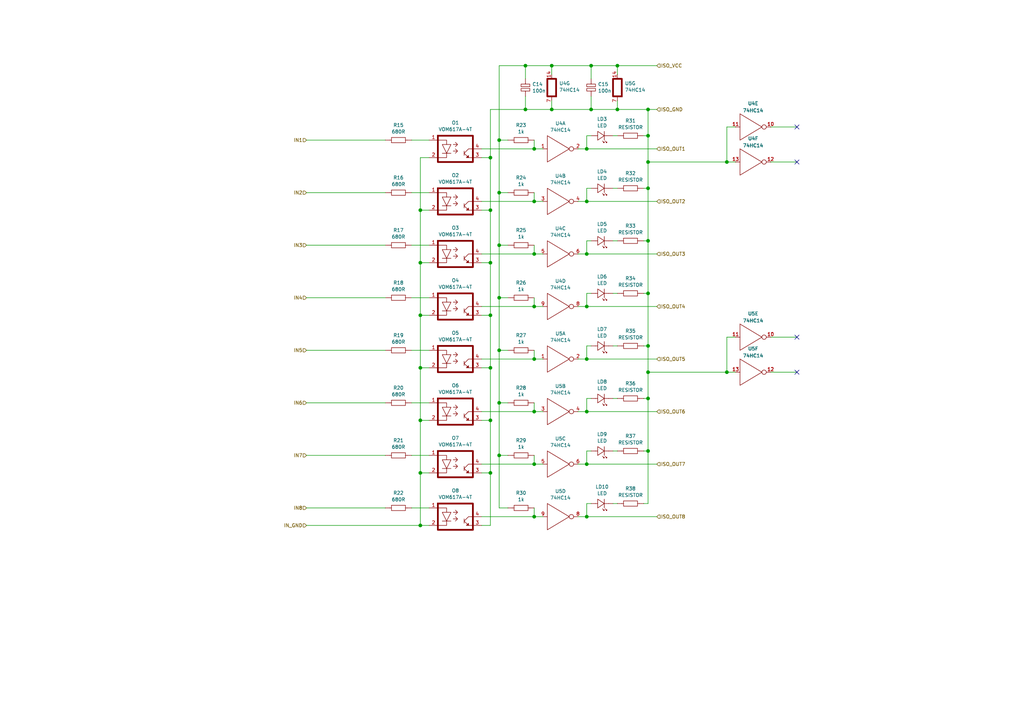
<source format=kicad_sch>
(kicad_sch (version 20211123) (generator eeschema)
  (paper "A4")
  (lib_symbols
    (symbol "bjs-discrete:LED" (pin_numbers hide) (pin_names (offset 1.016) hide)
      (property "Reference" "LD" (at 2.54 2.54 0))
      (property "Value" "bjs-discrete_LED" (at -1.27 2.54 0))
      (symbol "LED_0_1"
        (polyline (pts (xy -2.54 0) (xy -1.27 0)))
        (polyline (pts (xy -1.27 1.27) (xy -1.27 -1.27)))
        (polyline (pts (xy 0.635 0) (xy 1.27 0)))
        (polyline (pts (xy 0.635 -1.27) (xy 0.635 1.27) (xy -1.27 0) (xy 0.635 -1.27)))
        (polyline (pts (xy -1.524 -1.524) (xy -2.032 -2.032) (xy -2.032 -1.778) (xy -1.778 -2.032) (xy -2.032 -2.032)))
        (polyline (pts (xy -0.762 -1.524) (xy -1.27 -2.032) (xy -1.27 -1.778) (xy -1.016 -2.032) (xy -1.27 -2.032)))
      )
      (symbol "LED_1_1"
        (pin passive line (at -3.81 0 0) (length 1.27) (name "~") (number "1"))
        (pin passive line (at 2.54 0 180) (length 1.27) (name "~") (number "2"))
      )
    )
    (symbol "bjs-optocouplers:VOM617A-4T" (pin_names (offset 1.016))
      (property "Reference" "O" (at 0 5.08 0))
      (property "Value" "bjs-optocouplers_VOM617A-4T" (at 2.54 -5.08 0))
      (symbol "VOM617A-4T_0_1"
        (polyline (pts (xy -1.27 -1.27) (xy 1.27 -1.27)))
        (polyline (pts (xy 5.08 -0.635) (xy 5.08 -1.905)))
        (polyline (pts (xy -2.54 2.54) (xy 0 2.54) (xy 0 1.27)))
        (polyline (pts (xy 0 -1.27) (xy 0 -2.54) (xy -2.54 -2.54)))
        (polyline (pts (xy 5.08 -1.27) (xy 6.35 -2.54) (xy 7.62 -2.54)))
        (polyline (pts (xy 5.08 -1.27) (xy 6.35 0) (xy 7.62 0)))
        (polyline (pts (xy 6.35 -2.54) (xy 6.35 -1.905) (xy 5.715 -2.54) (xy 6.35 -2.54)) (fill (type outline)))
        (polyline (pts (xy -2.54 3.81) (xy -2.54 -3.81) (xy 7.62 -3.81) (xy 7.62 3.81) (xy -2.54 3.81)) (stroke (width 0.508)))
        (polyline (pts (xy -1.27 1.27) (xy 1.27 1.27) (xy 0 -1.27) (xy -1.27 1.27) (xy 0 1.27)))
        (polyline (pts (xy 1.905 -0.635) (xy 3.175 -0.635) (xy 2.54 0) (xy 3.175 -0.635) (xy 2.54 -1.27)))
        (polyline (pts (xy 1.905 1.27) (xy 3.175 1.27) (xy 2.54 1.905) (xy 3.175 1.27) (xy 2.54 0.635)))
      )
      (symbol "VOM617A-4T_1_1"
        (pin passive line (at -5.08 2.54 0) (length 2.54) (name "~") (number "1"))
        (pin passive line (at -5.08 -2.54 0) (length 2.54) (name "~") (number "2"))
        (pin passive line (at 10.16 -2.54 180) (length 2.54) (name "~") (number "3"))
        (pin output line (at 10.16 0 180) (length 2.54) (name "~") (number "4"))
      )
    )
    (symbol "bjs-passives:74HC14" (pin_names (offset 1.016) hide)
      (property "Reference" "U" (at 5.08 3.81 0))
      (property "Value" "74HC14" (at 6.35 5.08 0))
      (symbol "74HC14_1_1"
        (polyline (pts (xy -5.08 0) (xy -3.81 0)))
        (polyline (pts (xy 5.08 0) (xy 3.81 0)))
        (polyline (pts (xy -3.81 3.81) (xy 2.54 0) (xy -3.81 -3.81) (xy -3.81 3.81)))
        (circle (center 3.175 0) (radius 0.635))
        (pin input line (at -5.08 0 0) (length 0) (name "1") (number "1"))
        (pin output line (at 5.08 0 180) (length 0) (name "2") (number "2"))
      )
      (symbol "74HC14_2_1"
        (polyline (pts (xy -5.08 0) (xy -3.81 0)))
        (polyline (pts (xy 5.08 0) (xy 3.81 0)))
        (polyline (pts (xy -3.81 3.81) (xy 2.54 0) (xy -3.81 -3.81) (xy -3.81 3.81)))
        (circle (center 3.175 0) (radius 0.635))
        (pin input line (at -5.08 0 0) (length 0) (name "~") (number "3"))
        (pin output line (at 5.08 0 180) (length 0) (name "~") (number "4"))
      )
      (symbol "74HC14_3_1"
        (polyline (pts (xy -5.08 0) (xy -3.81 0)))
        (polyline (pts (xy 5.08 0) (xy 3.81 0)))
        (polyline (pts (xy -3.81 3.81) (xy 2.54 0) (xy -3.81 -3.81) (xy -3.81 3.81)))
        (circle (center 3.175 0) (radius 0.635))
        (pin input line (at -5.08 0 0) (length 0) (name "~") (number "5"))
        (pin output line (at 5.08 0 180) (length 0) (name "~") (number "6"))
      )
      (symbol "74HC14_4_1"
        (polyline (pts (xy -5.08 0) (xy -3.81 0)))
        (polyline (pts (xy 5.08 0) (xy 3.81 0)))
        (polyline (pts (xy -3.81 3.81) (xy 2.54 0) (xy -3.81 -3.81) (xy -3.81 3.81)))
        (circle (center 3.175 0) (radius 0.635))
        (pin output line (at 5.08 0 180) (length 0) (name "~") (number "8"))
        (pin input line (at -5.08 0 0) (length 0) (name "~") (number "9"))
      )
      (symbol "74HC14_5_1"
        (polyline (pts (xy -5.08 0) (xy -3.81 0)))
        (polyline (pts (xy 5.08 0) (xy 3.81 0)))
        (polyline (pts (xy -3.81 3.81) (xy 2.54 0) (xy -3.81 -3.81) (xy -3.81 3.81)))
        (circle (center 3.175 0) (radius 0.635))
        (pin output line (at 5.08 0 180) (length 0) (name "~") (number "10"))
        (pin input line (at -5.08 0 0) (length 0) (name "~") (number "11"))
      )
      (symbol "74HC14_6_1"
        (polyline (pts (xy -5.08 0) (xy -3.81 0)))
        (polyline (pts (xy 5.08 0) (xy 3.81 0)))
        (polyline (pts (xy -3.81 3.81) (xy 2.54 0) (xy -3.81 -3.81) (xy -3.81 3.81)))
        (circle (center 3.175 0) (radius 0.635))
        (pin output line (at 5.08 0 180) (length 0) (name "~") (number "12"))
        (pin input line (at -5.08 0 0) (length 0) (name "~") (number "13"))
      )
      (symbol "74HC14_7_1"
        (polyline (pts (xy 0 -3.81) (xy 0 -2.54)))
        (polyline (pts (xy 0 3.81) (xy 0 2.54)))
        (polyline (pts (xy 1.27 -2.54) (xy -1.27 -2.54) (xy -1.27 2.54) (xy 1.27 2.54) (xy 1.27 -2.54)) (stroke (width 0.508)))
        (pin power_in line (at 0 3.81 270) (length 0) (name "VCC") (number "14"))
        (pin power_in line (at 0 -3.81 90) (length 0) (name "GND") (number "7"))
      )
    )
    (symbol "bjs-passives:CAPACITOR" (pin_numbers hide) (pin_names (offset 1.016) hide)
      (property "Reference" "C" (at 5.08 2.54 0))
      (property "Value" "CAPACITOR" (at 0 2.54 0))
      (symbol "CAPACITOR_0_1"
        (polyline (pts (xy -1.27 0) (xy -1.016 0)))
        (polyline (pts (xy 1.016 0) (xy 1.27 0)))
        (polyline (pts (xy -0.254 -1.27) (xy -0.254 1.27) (xy -1.016 1.27) (xy -1.016 -1.27) (xy -0.254 -1.27)))
        (polyline (pts (xy 0.254 1.27) (xy 1.016 1.27) (xy 1.016 -1.27) (xy 0.254 -1.27) (xy 0.254 1.27)))
      )
      (symbol "CAPACITOR_1_1"
        (pin passive line (at 2.54 0 180) (length 1.27) (name "~") (number "1"))
        (pin passive line (at -2.54 0 0) (length 1.27) (name "~") (number "2"))
      )
    )
    (symbol "bjs-passives:RESISTOR" (pin_numbers hide) (pin_names (offset 1.016) hide)
      (property "Reference" "R" (at 0 0 0))
      (property "Value" "RESISTOR" (at 0 2.54 0))
      (symbol "RESISTOR_0_1"
        (polyline (pts (xy -3.81 0) (xy -2.54 0)))
        (polyline (pts (xy -2.54 0) (xy -2.032 0)))
        (polyline (pts (xy 2.54 0) (xy 2.032 0)))
        (polyline (pts (xy 3.81 0) (xy 2.54 0)))
        (polyline (pts (xy -2.032 0.762) (xy -2.032 -0.762) (xy 2.032 -0.762) (xy 2.032 0.762) (xy -2.032 0.762)))
      )
      (symbol "RESISTOR_1_1"
        (pin passive line (at -3.81 0 0) (length 0) (name "1") (number "1"))
        (pin passive line (at 3.81 0 180) (length 0) (name "2") (number "2"))
      )
    )
  )
  (junction (at 144.78 116.84))
  (junction (at 179.07 31.75))
  (junction (at 160.02 31.75))
  (junction (at 170.18 73.66))
  (junction (at 170.18 119.38))
  (junction (at 170.18 149.86))
  (junction (at 160.02 19.05))
  (junction (at 144.78 86.36))
  (junction (at 210.82 46.99))
  (junction (at 121.92 106.68))
  (junction (at 170.18 104.14))
  (junction (at 144.78 71.12))
  (junction (at 154.94 73.66))
  (junction (at 121.92 91.44))
  (junction (at 179.07 19.05))
  (junction (at 142.24 45.72))
  (junction (at 154.94 119.38))
  (junction (at 187.96 54.61))
  (junction (at 187.96 39.37))
  (junction (at 154.94 104.14))
  (junction (at 154.94 149.86))
  (junction (at 187.96 85.09))
  (junction (at 170.18 43.18))
  (junction (at 152.4 19.05))
  (junction (at 187.96 115.57))
  (junction (at 142.24 121.92))
  (junction (at 187.96 107.95))
  (junction (at 144.78 40.64))
  (junction (at 171.45 31.75))
  (junction (at 144.78 132.08))
  (junction (at 187.96 130.81))
  (junction (at 142.24 106.68))
  (junction (at 121.92 152.4))
  (junction (at 187.96 46.99))
  (junction (at 144.78 55.88))
  (junction (at 142.24 91.44))
  (junction (at 154.94 134.62))
  (junction (at 144.78 101.6))
  (junction (at 170.18 88.9))
  (junction (at 121.92 76.2))
  (junction (at 171.45 19.05))
  (junction (at 187.96 69.85))
  (junction (at 170.18 134.62))
  (junction (at 142.24 137.16))
  (junction (at 187.96 100.33))
  (junction (at 170.18 58.42))
  (junction (at 142.24 76.2))
  (junction (at 154.94 43.18))
  (junction (at 121.92 137.16))
  (junction (at 142.24 60.96))
  (junction (at 154.94 58.42))
  (junction (at 121.92 121.92))
  (junction (at 210.82 107.95))
  (junction (at 121.92 60.96))
  (junction (at 152.4 31.75))
  (junction (at 154.94 88.9))
  (junction (at 187.96 31.75))
  (no_connect (at 231.14 97.79))
  (no_connect (at 231.14 107.95))
  (no_connect (at 231.14 46.99))
  (no_connect (at 231.14 36.83))
  (wire (pts (xy 111.76 101.6) (xy 88.9 101.6)))
  (wire (pts (xy 142.24 60.96) (xy 142.24 76.2)))
  (wire (pts (xy 124.46 121.92) (xy 121.92 121.92)))
  (wire (pts (xy 124.46 45.72) (xy 121.92 45.72)))
  (wire (pts (xy 179.07 130.81) (xy 177.8 130.81)))
  (wire (pts (xy 147.32 132.08) (xy 144.78 132.08)))
  (wire (pts (xy 111.76 116.84) (xy 88.9 116.84)))
  (wire (pts (xy 121.92 106.68) (xy 121.92 91.44)))
  (wire (pts (xy 142.24 45.72) (xy 142.24 31.75)))
  (wire (pts (xy 177.8 146.05) (xy 179.07 146.05)))
  (wire (pts (xy 111.76 71.12) (xy 88.9 71.12)))
  (wire (pts (xy 139.7 152.4) (xy 142.24 152.4)))
  (wire (pts (xy 144.78 116.84) (xy 144.78 101.6)))
  (wire (pts (xy 167.64 134.62) (xy 170.18 134.62)))
  (wire (pts (xy 157.48 73.66) (xy 154.94 73.66)))
  (wire (pts (xy 170.18 130.81) (xy 170.18 134.62)))
  (wire (pts (xy 177.8 100.33) (xy 179.07 100.33)))
  (wire (pts (xy 187.96 46.99) (xy 187.96 39.37)))
  (wire (pts (xy 119.38 147.32) (xy 124.46 147.32)))
  (wire (pts (xy 210.82 107.95) (xy 213.36 107.95)))
  (wire (pts (xy 171.45 100.33) (xy 170.18 100.33)))
  (wire (pts (xy 119.38 71.12) (xy 124.46 71.12)))
  (wire (pts (xy 147.32 86.36) (xy 144.78 86.36)))
  (wire (pts (xy 170.18 39.37) (xy 170.18 43.18)))
  (wire (pts (xy 111.76 40.64) (xy 88.9 40.64)))
  (wire (pts (xy 187.96 39.37) (xy 187.96 31.75)))
  (wire (pts (xy 119.38 40.64) (xy 124.46 40.64)))
  (wire (pts (xy 171.45 39.37) (xy 170.18 39.37)))
  (wire (pts (xy 111.76 86.36) (xy 88.9 86.36)))
  (wire (pts (xy 170.18 134.62) (xy 190.5 134.62)))
  (wire (pts (xy 111.76 132.08) (xy 88.9 132.08)))
  (wire (pts (xy 144.78 19.05) (xy 152.4 19.05)))
  (wire (pts (xy 170.18 100.33) (xy 170.18 104.14)))
  (wire (pts (xy 170.18 119.38) (xy 190.5 119.38)))
  (wire (pts (xy 157.48 149.86) (xy 154.94 149.86)))
  (wire (pts (xy 171.45 115.57) (xy 170.18 115.57)))
  (wire (pts (xy 144.78 86.36) (xy 144.78 71.12)))
  (wire (pts (xy 213.36 36.83) (xy 210.82 36.83)))
  (wire (pts (xy 157.48 43.18) (xy 154.94 43.18)))
  (wire (pts (xy 187.96 54.61) (xy 187.96 46.99)))
  (wire (pts (xy 139.7 121.92) (xy 142.24 121.92)))
  (wire (pts (xy 186.69 85.09) (xy 187.96 85.09)))
  (wire (pts (xy 187.96 31.75) (xy 179.07 31.75)))
  (wire (pts (xy 167.64 119.38) (xy 170.18 119.38)))
  (wire (pts (xy 171.45 54.61) (xy 170.18 54.61)))
  (wire (pts (xy 147.32 71.12) (xy 144.78 71.12)))
  (wire (pts (xy 187.96 115.57) (xy 187.96 107.95)))
  (wire (pts (xy 152.4 19.05) (xy 160.02 19.05)))
  (wire (pts (xy 157.48 119.38) (xy 154.94 119.38)))
  (wire (pts (xy 167.64 43.18) (xy 170.18 43.18)))
  (wire (pts (xy 124.46 106.68) (xy 121.92 106.68)))
  (wire (pts (xy 186.69 146.05) (xy 187.96 146.05)))
  (wire (pts (xy 152.4 22.86) (xy 152.4 19.05)))
  (wire (pts (xy 170.18 104.14) (xy 190.5 104.14)))
  (wire (pts (xy 121.92 76.2) (xy 121.92 60.96)))
  (wire (pts (xy 121.92 60.96) (xy 121.92 45.72)))
  (wire (pts (xy 154.94 104.14) (xy 154.94 101.6)))
  (wire (pts (xy 154.94 73.66) (xy 139.7 73.66)))
  (wire (pts (xy 124.46 76.2) (xy 121.92 76.2)))
  (wire (pts (xy 88.9 152.4) (xy 121.92 152.4)))
  (wire (pts (xy 139.7 76.2) (xy 142.24 76.2)))
  (wire (pts (xy 119.38 116.84) (xy 124.46 116.84)))
  (wire (pts (xy 139.7 45.72) (xy 142.24 45.72)))
  (wire (pts (xy 186.69 69.85) (xy 187.96 69.85)))
  (wire (pts (xy 119.38 55.88) (xy 124.46 55.88)))
  (wire (pts (xy 142.24 76.2) (xy 142.24 91.44)))
  (wire (pts (xy 171.45 146.05) (xy 170.18 146.05)))
  (wire (pts (xy 167.64 73.66) (xy 170.18 73.66)))
  (wire (pts (xy 171.45 31.75) (xy 179.07 31.75)))
  (wire (pts (xy 160.02 21.59) (xy 160.02 19.05)))
  (wire (pts (xy 186.69 100.33) (xy 187.96 100.33)))
  (wire (pts (xy 170.18 58.42) (xy 190.5 58.42)))
  (wire (pts (xy 144.78 40.64) (xy 144.78 55.88)))
  (wire (pts (xy 124.46 91.44) (xy 121.92 91.44)))
  (wire (pts (xy 154.94 73.66) (xy 154.94 71.12)))
  (wire (pts (xy 154.94 149.86) (xy 139.7 149.86)))
  (wire (pts (xy 190.5 19.05) (xy 179.07 19.05)))
  (wire (pts (xy 144.78 71.12) (xy 144.78 55.88)))
  (wire (pts (xy 119.38 132.08) (xy 124.46 132.08)))
  (wire (pts (xy 139.7 106.68) (xy 142.24 106.68)))
  (wire (pts (xy 187.96 85.09) (xy 187.96 69.85)))
  (wire (pts (xy 223.52 107.95) (xy 231.14 107.95)))
  (wire (pts (xy 152.4 27.94) (xy 152.4 31.75)))
  (wire (pts (xy 170.18 88.9) (xy 190.5 88.9)))
  (wire (pts (xy 154.94 43.18) (xy 154.94 40.64)))
  (wire (pts (xy 142.24 137.16) (xy 142.24 121.92)))
  (wire (pts (xy 154.94 43.18) (xy 139.7 43.18)))
  (wire (pts (xy 177.8 69.85) (xy 179.07 69.85)))
  (wire (pts (xy 170.18 73.66) (xy 190.5 73.66)))
  (wire (pts (xy 147.32 147.32) (xy 144.78 147.32)))
  (wire (pts (xy 187.96 107.95) (xy 187.96 100.33)))
  (wire (pts (xy 119.38 101.6) (xy 124.46 101.6)))
  (wire (pts (xy 147.32 101.6) (xy 144.78 101.6)))
  (wire (pts (xy 121.92 91.44) (xy 121.92 76.2)))
  (wire (pts (xy 187.96 130.81) (xy 187.96 115.57)))
  (wire (pts (xy 142.24 31.75) (xy 152.4 31.75)))
  (wire (pts (xy 111.76 147.32) (xy 88.9 147.32)))
  (wire (pts (xy 111.76 55.88) (xy 88.9 55.88)))
  (wire (pts (xy 142.24 137.16) (xy 142.24 152.4)))
  (wire (pts (xy 187.96 69.85) (xy 187.96 54.61)))
  (wire (pts (xy 186.69 130.81) (xy 187.96 130.81)))
  (wire (pts (xy 124.46 60.96) (xy 121.92 60.96)))
  (wire (pts (xy 171.45 19.05) (xy 179.07 19.05)))
  (wire (pts (xy 144.78 132.08) (xy 144.78 116.84)))
  (wire (pts (xy 121.92 137.16) (xy 121.92 121.92)))
  (wire (pts (xy 154.94 134.62) (xy 139.7 134.62)))
  (wire (pts (xy 157.48 104.14) (xy 154.94 104.14)))
  (wire (pts (xy 171.45 130.81) (xy 170.18 130.81)))
  (wire (pts (xy 179.07 39.37) (xy 177.8 39.37)))
  (wire (pts (xy 223.52 36.83) (xy 231.14 36.83)))
  (wire (pts (xy 154.94 119.38) (xy 139.7 119.38)))
  (wire (pts (xy 144.78 147.32) (xy 144.78 132.08)))
  (wire (pts (xy 170.18 43.18) (xy 190.5 43.18)))
  (wire (pts (xy 210.82 36.83) (xy 210.82 46.99)))
  (wire (pts (xy 167.64 58.42) (xy 170.18 58.42)))
  (wire (pts (xy 154.94 88.9) (xy 139.7 88.9)))
  (wire (pts (xy 167.64 88.9) (xy 170.18 88.9)))
  (wire (pts (xy 171.45 85.09) (xy 170.18 85.09)))
  (wire (pts (xy 142.24 91.44) (xy 142.24 106.68)))
  (wire (pts (xy 186.69 54.61) (xy 187.96 54.61)))
  (wire (pts (xy 121.92 152.4) (xy 121.92 137.16)))
  (wire (pts (xy 160.02 31.75) (xy 160.02 29.21)))
  (wire (pts (xy 171.45 27.94) (xy 171.45 31.75)))
  (wire (pts (xy 139.7 60.96) (xy 142.24 60.96)))
  (wire (pts (xy 124.46 137.16) (xy 121.92 137.16)))
  (wire (pts (xy 186.69 39.37) (xy 187.96 39.37)))
  (wire (pts (xy 154.94 58.42) (xy 139.7 58.42)))
  (wire (pts (xy 157.48 88.9) (xy 154.94 88.9)))
  (wire (pts (xy 147.32 116.84) (xy 144.78 116.84)))
  (wire (pts (xy 171.45 69.85) (xy 170.18 69.85)))
  (wire (pts (xy 157.48 134.62) (xy 154.94 134.62)))
  (wire (pts (xy 124.46 152.4) (xy 121.92 152.4)))
  (wire (pts (xy 154.94 104.14) (xy 139.7 104.14)))
  (wire (pts (xy 190.5 31.75) (xy 187.96 31.75)))
  (wire (pts (xy 154.94 88.9) (xy 154.94 86.36)))
  (wire (pts (xy 177.8 54.61) (xy 179.07 54.61)))
  (wire (pts (xy 154.94 58.42) (xy 154.94 55.88)))
  (wire (pts (xy 170.18 69.85) (xy 170.18 73.66)))
  (wire (pts (xy 139.7 137.16) (xy 142.24 137.16)))
  (wire (pts (xy 171.45 22.86) (xy 171.45 19.05)))
  (wire (pts (xy 187.96 146.05) (xy 187.96 130.81)))
  (wire (pts (xy 187.96 107.95) (xy 210.82 107.95)))
  (wire (pts (xy 142.24 45.72) (xy 142.24 60.96)))
  (wire (pts (xy 167.64 149.86) (xy 170.18 149.86)))
  (wire (pts (xy 213.36 97.79) (xy 210.82 97.79)))
  (wire (pts (xy 179.07 19.05) (xy 179.07 21.59)))
  (wire (pts (xy 160.02 19.05) (xy 171.45 19.05)))
  (wire (pts (xy 179.07 31.75) (xy 179.07 29.21)))
  (wire (pts (xy 142.24 106.68) (xy 142.24 121.92)))
  (wire (pts (xy 170.18 146.05) (xy 170.18 149.86)))
  (wire (pts (xy 170.18 85.09) (xy 170.18 88.9)))
  (wire (pts (xy 177.8 115.57) (xy 179.07 115.57)))
  (wire (pts (xy 144.78 40.64) (xy 144.78 19.05)))
  (wire (pts (xy 187.96 46.99) (xy 210.82 46.99)))
  (wire (pts (xy 119.38 86.36) (xy 124.46 86.36)))
  (wire (pts (xy 154.94 149.86) (xy 154.94 147.32)))
  (wire (pts (xy 147.32 40.64) (xy 144.78 40.64)))
  (wire (pts (xy 160.02 31.75) (xy 171.45 31.75)))
  (wire (pts (xy 187.96 100.33) (xy 187.96 85.09)))
  (wire (pts (xy 210.82 97.79) (xy 210.82 107.95)))
  (wire (pts (xy 154.94 134.62) (xy 154.94 132.08)))
  (wire (pts (xy 223.52 97.79) (xy 231.14 97.79)))
  (wire (pts (xy 167.64 104.14) (xy 170.18 104.14)))
  (wire (pts (xy 121.92 121.92) (xy 121.92 106.68)))
  (wire (pts (xy 170.18 54.61) (xy 170.18 58.42)))
  (wire (pts (xy 139.7 91.44) (xy 142.24 91.44)))
  (wire (pts (xy 186.69 115.57) (xy 187.96 115.57)))
  (wire (pts (xy 210.82 46.99) (xy 213.36 46.99)))
  (wire (pts (xy 157.48 58.42) (xy 154.94 58.42)))
  (wire (pts (xy 177.8 85.09) (xy 179.07 85.09)))
  (wire (pts (xy 147.32 55.88) (xy 144.78 55.88)))
  (wire (pts (xy 154.94 119.38) (xy 154.94 116.84)))
  (wire (pts (xy 144.78 101.6) (xy 144.78 86.36)))
  (wire (pts (xy 170.18 115.57) (xy 170.18 119.38)))
  (wire (pts (xy 152.4 31.75) (xy 160.02 31.75)))
  (wire (pts (xy 223.52 46.99) (xy 231.14 46.99)))
  (wire (pts (xy 170.18 149.86) (xy 190.5 149.86)))
  (hierarchical_label "ISO_OUT7" (shape input) (at 190.5 134.62 0) (effects (font (size 0.9906 0.9906))))
  (hierarchical_label "IN5" (shape input) (at 88.9 101.6 180) (effects (font (size 0.9906 0.9906))))
  (hierarchical_label "IN3" (shape input) (at 88.9 71.12 180) (effects (font (size 0.9906 0.9906))))
  (hierarchical_label "IN7" (shape input) (at 88.9 132.08 180) (effects (font (size 0.9906 0.9906))))
  (hierarchical_label "ISO_OUT5" (shape input) (at 190.5 104.14 0) (effects (font (size 0.9906 0.9906))))
  (hierarchical_label "ISO_OUT2" (shape input) (at 190.5 58.42 0) (effects (font (size 0.9906 0.9906))))
  (hierarchical_label "ISO_OUT6" (shape input) (at 190.5 119.38 0) (effects (font (size 0.9906 0.9906))))
  (hierarchical_label "IN2" (shape input) (at 88.9 55.88 180) (effects (font (size 0.9906 0.9906))))
  (hierarchical_label "IN6" (shape input) (at 88.9 116.84 180) (effects (font (size 0.9906 0.9906))))
  (hierarchical_label "ISO_OUT1" (shape input) (at 190.5 43.18 0) (effects (font (size 0.9906 0.9906))))
  (hierarchical_label "IN_GND" (shape input) (at 88.9 152.4 180) (effects (font (size 0.9906 0.9906))))
  (hierarchical_label "IN4" (shape input) (at 88.9 86.36 180) (effects (font (size 0.9906 0.9906))))
  (hierarchical_label "ISO_OUT3" (shape input) (at 190.5 73.66 0) (effects (font (size 0.9906 0.9906))))
  (hierarchical_label "ISO_VCC" (shape input) (at 190.5 19.05 0) (effects (font (size 0.9906 0.9906))))
  (hierarchical_label "IN8" (shape input) (at 88.9 147.32 180) (effects (font (size 0.9906 0.9906))))
  (hierarchical_label "ISO_OUT8" (shape input) (at 190.5 149.86 0) (effects (font (size 0.9906 0.9906))))
  (hierarchical_label "ISO_GND" (shape input) (at 190.5 31.75 0) (effects (font (size 0.9906 0.9906))))
  (hierarchical_label "IN1" (shape input) (at 88.9 40.64 180) (effects (font (size 0.9906 0.9906))))
  (hierarchical_label "ISO_OUT4" (shape input) (at 190.5 88.9 0) (effects (font (size 0.9906 0.9906))))
  (symbol (lib_id "bjs-passives:RESISTOR") (at 115.57 40.64 0) (unit 1)
    (property "Reference" "R15" (at 115.57 36.2966 0) (effects (font (size 0.9906 0.9906))))
    (property "Value" "680R" (at 115.57 38.2016 0) (effects (font (size 0.9906 0.9906))))
    (property "Footprint" "Resistor_SMD:R_0805_2012Metric" (effects hide))
  )
  (symbol (lib_id "bjs-passives:RESISTOR") (at 151.13 40.64 180) (unit 1)
    (property "Reference" "R23" (at 151.13 36.2966 0) (effects (font (size 0.9906 0.9906))))
    (property "Value" "1k" (at 151.13 38.2016 0) (effects (font (size 0.9906 0.9906))))
    (property "Footprint" "Resistor_SMD:R_0805_2012Metric" (effects hide))
  )
  (symbol (lib_id "bjs-passives:74HC14") (at 162.56 43.18 0) (unit 1)
    (property "Reference" "U4" (at 162.56 35.7886 0) (effects (font (size 0.9906 0.9906))))
    (property "Value" "74HC14" (at 162.56 37.6936 0) (effects (font (size 0.9906 0.9906))))
    (property "Footprint" "Package_SO:SOIC-14_3.9x8.7mm_P1.27mm" (effects hide))
  )
  (symbol (lib_id "bjs-passives:RESISTOR") (at 115.57 55.88 0) (unit 1)
    (property "Reference" "R16" (at 115.57 51.5366 0) (effects (font (size 0.9906 0.9906))))
    (property "Value" "680R" (at 115.57 53.4416 0) (effects (font (size 0.9906 0.9906))))
    (property "Footprint" "Resistor_SMD:R_0805_2012Metric" (effects hide))
  )
  (symbol (lib_id "bjs-passives:RESISTOR") (at 151.13 55.88 180) (unit 1)
    (property "Reference" "R24" (at 151.13 51.5366 0) (effects (font (size 0.9906 0.9906))))
    (property "Value" "1k" (at 151.13 53.4416 0) (effects (font (size 0.9906 0.9906))))
    (property "Footprint" "Resistor_SMD:R_0805_2012Metric" (effects hide))
  )
  (symbol (lib_id "bjs-passives:74HC14") (at 162.56 58.42 0) (unit 2)
    (property "Reference" "U4" (at 162.56 51.0286 0) (effects (font (size 0.9906 0.9906))))
    (property "Value" "74HC14" (at 162.56 52.9336 0) (effects (font (size 0.9906 0.9906))))
    (property "Footprint" "Package_SO:SOIC-14_3.9x8.7mm_P1.27mm" (effects hide))
  )
  (symbol (lib_id "bjs-passives:RESISTOR") (at 115.57 71.12 0) (unit 1)
    (property "Reference" "R17" (at 115.57 66.7766 0) (effects (font (size 0.9906 0.9906))))
    (property "Value" "680R" (at 115.57 68.6816 0) (effects (font (size 0.9906 0.9906))))
    (property "Footprint" "Resistor_SMD:R_0805_2012Metric" (effects hide))
  )
  (symbol (lib_id "bjs-passives:RESISTOR") (at 151.13 71.12 180) (unit 1)
    (property "Reference" "R25" (at 151.13 66.7766 0) (effects (font (size 0.9906 0.9906))))
    (property "Value" "1k" (at 151.13 68.6816 0) (effects (font (size 0.9906 0.9906))))
    (property "Footprint" "Resistor_SMD:R_0805_2012Metric" (effects hide))
  )
  (symbol (lib_id "bjs-passives:74HC14") (at 162.56 73.66 0) (unit 3)
    (property "Reference" "U4" (at 162.56 66.2686 0) (effects (font (size 0.9906 0.9906))))
    (property "Value" "74HC14" (at 162.56 68.1736 0) (effects (font (size 0.9906 0.9906))))
    (property "Footprint" "Package_SO:SOIC-14_3.9x8.7mm_P1.27mm" (effects hide))
  )
  (symbol (lib_id "bjs-passives:RESISTOR") (at 115.57 86.36 0) (unit 1)
    (property "Reference" "R18" (at 115.57 82.0166 0) (effects (font (size 0.9906 0.9906))))
    (property "Value" "680R" (at 115.57 83.9216 0) (effects (font (size 0.9906 0.9906))))
    (property "Footprint" "Resistor_SMD:R_0805_2012Metric" (effects hide))
  )
  (symbol (lib_id "bjs-passives:RESISTOR") (at 151.13 86.36 180) (unit 1)
    (property "Reference" "R26" (at 151.13 82.0166 0) (effects (font (size 0.9906 0.9906))))
    (property "Value" "1k" (at 151.13 83.9216 0) (effects (font (size 0.9906 0.9906))))
    (property "Footprint" "Resistor_SMD:R_0805_2012Metric" (effects hide))
  )
  (symbol (lib_id "bjs-passives:74HC14") (at 162.56 88.9 0) (unit 4)
    (property "Reference" "U4" (at 162.56 81.5086 0) (effects (font (size 0.9906 0.9906))))
    (property "Value" "74HC14" (at 162.56 83.4136 0) (effects (font (size 0.9906 0.9906))))
    (property "Footprint" "Package_SO:SOIC-14_3.9x8.7mm_P1.27mm" (effects hide))
  )
  (symbol (lib_id "bjs-passives:RESISTOR") (at 115.57 101.6 0) (unit 1)
    (property "Reference" "R19" (at 115.57 97.2566 0) (effects (font (size 0.9906 0.9906))))
    (property "Value" "680R" (at 115.57 99.1616 0) (effects (font (size 0.9906 0.9906))))
    (property "Footprint" "Resistor_SMD:R_0805_2012Metric" (effects hide))
  )
  (symbol (lib_id "bjs-passives:RESISTOR") (at 151.13 101.6 180) (unit 1)
    (property "Reference" "R27" (at 151.13 97.2566 0) (effects (font (size 0.9906 0.9906))))
    (property "Value" "1k" (at 151.13 99.1616 0) (effects (font (size 0.9906 0.9906))))
    (property "Footprint" "Resistor_SMD:R_0805_2012Metric" (effects hide))
  )
  (symbol (lib_id "bjs-passives:74HC14") (at 162.56 104.14 0) (unit 1)
    (property "Reference" "U5" (at 162.56 96.7486 0) (effects (font (size 0.9906 0.9906))))
    (property "Value" "74HC14" (at 162.56 98.6536 0) (effects (font (size 0.9906 0.9906))))
    (property "Footprint" "Package_SO:SOIC-14_3.9x8.7mm_P1.27mm" (effects hide))
  )
  (symbol (lib_id "bjs-passives:RESISTOR") (at 115.57 116.84 0) (unit 1)
    (property "Reference" "R20" (at 115.57 112.4966 0) (effects (font (size 0.9906 0.9906))))
    (property "Value" "680R" (at 115.57 114.4016 0) (effects (font (size 0.9906 0.9906))))
    (property "Footprint" "Resistor_SMD:R_0805_2012Metric" (effects hide))
  )
  (symbol (lib_id "bjs-passives:RESISTOR") (at 151.13 116.84 180) (unit 1)
    (property "Reference" "R28" (at 151.13 112.4966 0) (effects (font (size 0.9906 0.9906))))
    (property "Value" "1k" (at 151.13 114.4016 0) (effects (font (size 0.9906 0.9906))))
    (property "Footprint" "Resistor_SMD:R_0805_2012Metric" (effects hide))
  )
  (symbol (lib_id "bjs-passives:74HC14") (at 162.56 119.38 0) (unit 2)
    (property "Reference" "U5" (at 162.56 111.9886 0) (effects (font (size 0.9906 0.9906))))
    (property "Value" "74HC14" (at 162.56 113.8936 0) (effects (font (size 0.9906 0.9906))))
    (property "Footprint" "Package_SO:SOIC-14_3.9x8.7mm_P1.27mm" (effects hide))
  )
  (symbol (lib_id "bjs-passives:RESISTOR") (at 115.57 132.08 0) (unit 1)
    (property "Reference" "R21" (at 115.57 127.7366 0) (effects (font (size 0.9906 0.9906))))
    (property "Value" "680R" (at 115.57 129.6416 0) (effects (font (size 0.9906 0.9906))))
    (property "Footprint" "Resistor_SMD:R_0805_2012Metric" (effects hide))
  )
  (symbol (lib_id "bjs-passives:RESISTOR") (at 151.13 132.08 180) (unit 1)
    (property "Reference" "R29" (at 151.13 127.7366 0) (effects (font (size 0.9906 0.9906))))
    (property "Value" "1k" (at 151.13 129.6416 0) (effects (font (size 0.9906 0.9906))))
    (property "Footprint" "Resistor_SMD:R_0805_2012Metric" (effects hide))
  )
  (symbol (lib_id "bjs-passives:74HC14") (at 162.56 134.62 0) (unit 3)
    (property "Reference" "U5" (at 162.56 127.2286 0) (effects (font (size 0.9906 0.9906))))
    (property "Value" "74HC14" (at 162.56 129.1336 0) (effects (font (size 0.9906 0.9906))))
    (property "Footprint" "Package_SO:SOIC-14_3.9x8.7mm_P1.27mm" (effects hide))
  )
  (symbol (lib_id "bjs-passives:RESISTOR") (at 115.57 147.32 0) (unit 1)
    (property "Reference" "R22" (at 115.57 142.9766 0) (effects (font (size 0.9906 0.9906))))
    (property "Value" "680R" (at 115.57 144.8816 0) (effects (font (size 0.9906 0.9906))))
    (property "Footprint" "Resistor_SMD:R_0805_2012Metric" (effects hide))
  )
  (symbol (lib_id "bjs-passives:RESISTOR") (at 151.13 147.32 180) (unit 1)
    (property "Reference" "R30" (at 151.13 142.9766 0) (effects (font (size 0.9906 0.9906))))
    (property "Value" "1k" (at 151.13 144.8816 0) (effects (font (size 0.9906 0.9906))))
    (property "Footprint" "Resistor_SMD:R_0805_2012Metric" (effects hide))
  )
  (symbol (lib_id "bjs-passives:74HC14") (at 162.56 149.86 0) (unit 4)
    (property "Reference" "U5" (at 162.56 142.4686 0) (effects (font (size 0.9906 0.9906))))
    (property "Value" "74HC14" (at 162.56 144.3736 0) (effects (font (size 0.9906 0.9906))))
    (property "Footprint" "Package_SO:SOIC-14_3.9x8.7mm_P1.27mm" (effects hide))
  )
  (symbol (lib_id "bjs-passives:74HC14") (at 160.02 25.4 0) (unit 7)
    (property "Reference" "U4" (at 162.179 24.1808 0) (effects (font (size 0.9906 0.9906)) (justify left)))
    (property "Value" "74HC14" (at 162.179 26.0858 0) (effects (font (size 0.9906 0.9906)) (justify left)))
    (property "Footprint" "Package_SO:SOIC-14_3.9x8.7mm_P1.27mm" (effects hide))
  )
  (symbol (lib_id "bjs-passives:74HC14") (at 179.07 25.4 0) (unit 7)
    (property "Reference" "U5" (at 181.229 24.1808 0) (effects (font (size 0.9906 0.9906)) (justify left)))
    (property "Value" "74HC14" (at 181.229 26.0858 0) (effects (font (size 0.9906 0.9906)) (justify left)))
    (property "Footprint" "Package_SO:SOIC-14_3.9x8.7mm_P1.27mm" (effects hide))
  )
  (symbol (lib_id "bjs-passives:CAPACITOR") (at 152.4 25.4 270) (unit 1)
    (property "Reference" "C14" (at 154.3812 24.4348 90) (effects (font (size 0.9906 0.9906)) (justify left)))
    (property "Value" "100n" (at 154.3812 26.3398 90) (effects (font (size 0.9906 0.9906)) (justify left)))
    (property "Footprint" "Capacitor_SMD:C_0805_2012Metric" (effects hide))
  )
  (symbol (lib_id "bjs-passives:CAPACITOR") (at 171.45 25.4 270) (unit 1)
    (property "Reference" "C15" (at 173.4312 24.4348 90) (effects (font (size 0.9906 0.9906)) (justify left)))
    (property "Value" "100n" (at 173.4312 26.3398 90) (effects (font (size 0.9906 0.9906)) (justify left)))
    (property "Footprint" "Capacitor_SMD:C_0805_2012Metric" (effects hide))
  )
  (symbol (lib_id "bjs-optocouplers:VOM617A-4T") (at 129.54 43.18 0) (unit 1)
    (property "Reference" "O1" (at 132.08 35.6108 0) (effects (font (size 0.9906 0.9906))))
    (property "Value" "VOM617A-4T" (at 132.08 37.5158 0) (effects (font (size 0.9906 0.9906))))
    (property "Footprint" "smd:VOMOPTO" (effects hide))
  )
  (symbol (lib_id "bjs-optocouplers:VOM617A-4T") (at 129.54 58.42 0) (unit 1)
    (property "Reference" "O2" (at 132.08 50.8508 0) (effects (font (size 0.9906 0.9906))))
    (property "Value" "VOM617A-4T" (at 132.08 52.7558 0) (effects (font (size 0.9906 0.9906))))
    (property "Footprint" "smd:VOMOPTO" (effects hide))
  )
  (symbol (lib_id "bjs-optocouplers:VOM617A-4T") (at 129.54 73.66 0) (unit 1)
    (property "Reference" "O3" (at 132.08 66.0908 0) (effects (font (size 0.9906 0.9906))))
    (property "Value" "VOM617A-4T" (at 132.08 67.9958 0) (effects (font (size 0.9906 0.9906))))
    (property "Footprint" "smd:VOMOPTO" (effects hide))
  )
  (symbol (lib_id "bjs-optocouplers:VOM617A-4T") (at 129.54 88.9 0) (unit 1)
    (property "Reference" "O4" (at 132.08 81.3308 0) (effects (font (size 0.9906 0.9906))))
    (property "Value" "VOM617A-4T" (at 132.08 83.2358 0) (effects (font (size 0.9906 0.9906))))
    (property "Footprint" "smd:VOMOPTO" (effects hide))
  )
  (symbol (lib_id "bjs-optocouplers:VOM617A-4T") (at 129.54 104.14 0) (unit 1)
    (property "Reference" "O5" (at 132.08 96.5708 0) (effects (font (size 0.9906 0.9906))))
    (property "Value" "VOM617A-4T" (at 132.08 98.4758 0) (effects (font (size 0.9906 0.9906))))
    (property "Footprint" "smd:VOMOPTO" (effects hide))
  )
  (symbol (lib_id "bjs-optocouplers:VOM617A-4T") (at 129.54 119.38 0) (unit 1)
    (property "Reference" "O6" (at 132.08 111.8108 0) (effects (font (size 0.9906 0.9906))))
    (property "Value" "VOM617A-4T" (at 132.08 113.7158 0) (effects (font (size 0.9906 0.9906))))
    (property "Footprint" "smd:VOMOPTO" (effects hide))
  )
  (symbol (lib_id "bjs-optocouplers:VOM617A-4T") (at 129.54 134.62 0) (unit 1)
    (property "Reference" "O7" (at 132.08 127.0508 0) (effects (font (size 0.9906 0.9906))))
    (property "Value" "VOM617A-4T" (at 132.08 128.9558 0) (effects (font (size 0.9906 0.9906))))
    (property "Footprint" "smd:VOMOPTO" (effects hide))
  )
  (symbol (lib_id "bjs-optocouplers:VOM617A-4T") (at 129.54 149.86 0) (unit 1)
    (property "Reference" "O8" (at 132.08 142.2908 0) (effects (font (size 0.9906 0.9906))))
    (property "Value" "VOM617A-4T" (at 132.08 144.1958 0) (effects (font (size 0.9906 0.9906))))
    (property "Footprint" "smd:VOMOPTO" (effects hide))
  )
  (symbol (lib_id "bjs-discrete:LED") (at 173.99 39.37 0) (mirror y) (unit 1)
    (property "Reference" "LD3" (at 174.625 34.5186 0) (effects (font (size 0.9906 0.9906))))
    (property "Value" "LED" (at 174.625 36.4236 0) (effects (font (size 0.9906 0.9906))))
    (property "Footprint" "LED_SMD:LED_0805_2012Metric" (effects hide))
  )
  (symbol (lib_id "bjs-passives:RESISTOR") (at 182.88 39.37 0) (unit 1)
    (property "Reference" "R31" (at 182.88 35.0266 0) (effects (font (size 0.9906 0.9906))))
    (property "Value" "RESISTOR" (at 182.88 36.9316 0) (effects (font (size 0.9906 0.9906))))
    (property "Footprint" "Resistor_SMD:R_0805_2012Metric" (effects hide))
  )
  (symbol (lib_id "bjs-discrete:LED") (at 173.99 54.61 0) (mirror y) (unit 1)
    (property "Reference" "LD4" (at 174.625 49.7586 0) (effects (font (size 0.9906 0.9906))))
    (property "Value" "LED" (at 174.625 51.6636 0) (effects (font (size 0.9906 0.9906))))
    (property "Footprint" "LED_SMD:LED_0805_2012Metric" (effects hide))
  )
  (symbol (lib_id "bjs-discrete:LED") (at 173.99 69.85 0) (mirror y) (unit 1)
    (property "Reference" "LD5" (at 174.625 64.9986 0) (effects (font (size 0.9906 0.9906))))
    (property "Value" "LED" (at 174.625 66.9036 0) (effects (font (size 0.9906 0.9906))))
    (property "Footprint" "LED_SMD:LED_0805_2012Metric" (effects hide))
  )
  (symbol (lib_id "bjs-discrete:LED") (at 173.99 85.09 0) (mirror y) (unit 1)
    (property "Reference" "LD6" (at 174.625 80.2386 0) (effects (font (size 0.9906 0.9906))))
    (property "Value" "LED" (at 174.625 82.1436 0) (effects (font (size 0.9906 0.9906))))
    (property "Footprint" "LED_SMD:LED_0805_2012Metric" (effects hide))
  )
  (symbol (lib_id "bjs-discrete:LED") (at 173.99 100.33 0) (mirror y) (unit 1)
    (property "Reference" "LD7" (at 174.625 95.4786 0) (effects (font (size 0.9906 0.9906))))
    (property "Value" "LED" (at 174.625 97.3836 0) (effects (font (size 0.9906 0.9906))))
    (property "Footprint" "LED_SMD:LED_0805_2012Metric" (effects hide))
  )
  (symbol (lib_id "bjs-discrete:LED") (at 173.99 115.57 0) (mirror y) (unit 1)
    (property "Reference" "LD8" (at 174.625 110.7186 0) (effects (font (size 0.9906 0.9906))))
    (property "Value" "LED" (at 174.625 112.6236 0) (effects (font (size 0.9906 0.9906))))
    (property "Footprint" "LED_SMD:LED_0805_2012Metric" (effects hide))
  )
  (symbol (lib_id "bjs-discrete:LED") (at 173.99 130.81 0) (mirror y) (unit 1)
    (property "Reference" "LD9" (at 174.625 125.9586 0) (effects (font (size 0.9906 0.9906))))
    (property "Value" "LED" (at 174.625 127.8636 0) (effects (font (size 0.9906 0.9906))))
    (property "Footprint" "LED_SMD:LED_0805_2012Metric" (effects hide))
  )
  (symbol (lib_id "bjs-discrete:LED") (at 173.99 146.05 0) (mirror y) (unit 1)
    (property "Reference" "LD10" (at 174.625 141.1986 0) (effects (font (size 0.9906 0.9906))))
    (property "Value" "LED" (at 174.625 143.1036 0) (effects (font (size 0.9906 0.9906))))
    (property "Footprint" "LED_SMD:LED_0805_2012Metric" (effects hide))
  )
  (symbol (lib_id "bjs-passives:RESISTOR") (at 182.88 54.61 0) (unit 1)
    (property "Reference" "R32" (at 182.88 50.2666 0) (effects (font (size 0.9906 0.9906))))
    (property "Value" "RESISTOR" (at 182.88 52.1716 0) (effects (font (size 0.9906 0.9906))))
    (property "Footprint" "Resistor_SMD:R_0805_2012Metric" (effects hide))
  )
  (symbol (lib_id "bjs-passives:RESISTOR") (at 182.88 69.85 0) (unit 1)
    (property "Reference" "R33" (at 182.88 65.5066 0) (effects (font (size 0.9906 0.9906))))
    (property "Value" "RESISTOR" (at 182.88 67.4116 0) (effects (font (size 0.9906 0.9906))))
    (property "Footprint" "Resistor_SMD:R_0805_2012Metric" (effects hide))
  )
  (symbol (lib_id "bjs-passives:RESISTOR") (at 182.88 85.09 0) (unit 1)
    (property "Reference" "R34" (at 182.88 80.7466 0) (effects (font (size 0.9906 0.9906))))
    (property "Value" "RESISTOR" (at 182.88 82.6516 0) (effects (font (size 0.9906 0.9906))))
    (property "Footprint" "Resistor_SMD:R_0805_2012Metric" (effects hide))
  )
  (symbol (lib_id "bjs-passives:RESISTOR") (at 182.88 100.33 0) (unit 1)
    (property "Reference" "R35" (at 182.88 95.9866 0) (effects (font (size 0.9906 0.9906))))
    (property "Value" "RESISTOR" (at 182.88 97.8916 0) (effects (font (size 0.9906 0.9906))))
    (property "Footprint" "Resistor_SMD:R_0805_2012Metric" (effects hide))
  )
  (symbol (lib_id "bjs-passives:RESISTOR") (at 182.88 115.57 0) (unit 1)
    (property "Reference" "R36" (at 182.88 111.2266 0) (effects (font (size 0.9906 0.9906))))
    (property "Value" "RESISTOR" (at 182.88 113.1316 0) (effects (font (size 0.9906 0.9906))))
    (property "Footprint" "Resistor_SMD:R_0805_2012Metric" (effects hide))
  )
  (symbol (lib_id "bjs-passives:RESISTOR") (at 182.88 130.81 0) (unit 1)
    (property "Reference" "R37" (at 182.88 126.4666 0) (effects (font (size 0.9906 0.9906))))
    (property "Value" "RESISTOR" (at 182.88 128.3716 0) (effects (font (size 0.9906 0.9906))))
    (property "Footprint" "Resistor_SMD:R_0805_2012Metric" (effects hide))
  )
  (symbol (lib_id "bjs-passives:RESISTOR") (at 182.88 146.05 0) (unit 1)
    (property "Reference" "R38" (at 182.88 141.7066 0) (effects (font (size 0.9906 0.9906))))
    (property "Value" "RESISTOR" (at 182.88 143.6116 0) (effects (font (size 0.9906 0.9906))))
    (property "Footprint" "Resistor_SMD:R_0805_2012Metric" (effects hide))
  )
  (symbol (lib_id "bjs-passives:74HC14") (at 218.44 107.95 0) (unit 6)
    (property "Reference" "U5" (at 218.44 101.1297 0) (effects (font (size 0.9906 0.9906))))
    (property "Value" "74HC14" (at 218.44 103.1644 0) (effects (font (size 0.9906 0.9906))))
    (property "Footprint" "Package_SO:SOIC-14_3.9x8.7mm_P1.27mm" (effects hide))
  )
  (symbol (lib_id "bjs-passives:74HC14") (at 218.44 97.79 0) (unit 5)
    (property "Reference" "U5" (at 218.44 90.9697 0) (effects (font (size 0.9906 0.9906))))
    (property "Value" "74HC14" (at 218.44 93.0044 0) (effects (font (size 0.9906 0.9906))))
    (property "Footprint" "Package_SO:SOIC-14_3.9x8.7mm_P1.27mm" (effects hide))
  )
  (symbol (lib_id "bjs-passives:74HC14") (at 218.44 46.99 0) (unit 6)
    (property "Reference" "U4" (at 218.44 40.1697 0) (effects (font (size 0.9906 0.9906))))
    (property "Value" "74HC14" (at 218.44 42.2044 0) (effects (font (size 0.9906 0.9906))))
    (property "Footprint" "Package_SO:SOIC-14_3.9x8.7mm_P1.27mm" (effects hide))
  )
  (symbol (lib_id "bjs-passives:74HC14") (at 218.44 36.83 0) (unit 5)
    (property "Reference" "U4" (at 218.44 30.0097 0) (effects (font (size 0.9906 0.9906))))
    (property "Value" "74HC14" (at 218.44 32.0444 0) (effects (font (size 0.9906 0.9906))))
    (property "Footprint" "Package_SO:SOIC-14_3.9x8.7mm_P1.27mm" (effects hide))
  )
)
</source>
